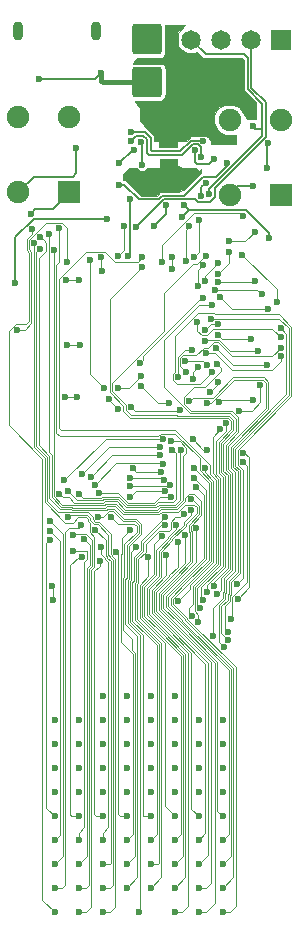
<source format=gbl>
G04 #@! TF.GenerationSoftware,KiCad,Pcbnew,8.0.9-8.0.9-0~ubuntu24.04.1*
G04 #@! TF.CreationDate,2025-10-28T13:37:41-07:00*
G04 #@! TF.ProjectId,PoNS,506f4e53-2e6b-4696-9361-645f70636258,rev?*
G04 #@! TF.SameCoordinates,Original*
G04 #@! TF.FileFunction,Copper,L2,Bot*
G04 #@! TF.FilePolarity,Positive*
%FSLAX46Y46*%
G04 Gerber Fmt 4.6, Leading zero omitted, Abs format (unit mm)*
G04 Created by KiCad (PCBNEW 8.0.9-8.0.9-0~ubuntu24.04.1) date 2025-10-28 13:37:41*
%MOMM*%
%LPD*%
G01*
G04 APERTURE LIST*
G04 Aperture macros list*
%AMRoundRect*
0 Rectangle with rounded corners*
0 $1 Rounding radius*
0 $2 $3 $4 $5 $6 $7 $8 $9 X,Y pos of 4 corners*
0 Add a 4 corners polygon primitive as box body*
4,1,4,$2,$3,$4,$5,$6,$7,$8,$9,$2,$3,0*
0 Add four circle primitives for the rounded corners*
1,1,$1+$1,$2,$3*
1,1,$1+$1,$4,$5*
1,1,$1+$1,$6,$7*
1,1,$1+$1,$8,$9*
0 Add four rect primitives between the rounded corners*
20,1,$1+$1,$2,$3,$4,$5,0*
20,1,$1+$1,$4,$5,$6,$7,0*
20,1,$1+$1,$6,$7,$8,$9,0*
20,1,$1+$1,$8,$9,$2,$3,0*%
G04 Aperture macros list end*
G04 #@! TA.AperFunction,Conductor*
%ADD10C,0.100000*%
G04 #@! TD*
G04 #@! TA.AperFunction,ComponentPad*
%ADD11RoundRect,0.249999X-1.025001X-1.025001X1.025001X-1.025001X1.025001X1.025001X-1.025001X1.025001X0*%
G04 #@! TD*
G04 #@! TA.AperFunction,ComponentPad*
%ADD12R,1.905000X1.905000*%
G04 #@! TD*
G04 #@! TA.AperFunction,ComponentPad*
%ADD13C,1.905000*%
G04 #@! TD*
G04 #@! TA.AperFunction,ComponentPad*
%ADD14C,1.651000*%
G04 #@! TD*
G04 #@! TA.AperFunction,ComponentPad*
%ADD15R,1.651000X1.651000*%
G04 #@! TD*
G04 #@! TA.AperFunction,ComponentPad*
%ADD16O,0.900000X1.600000*%
G04 #@! TD*
G04 #@! TA.AperFunction,ViaPad*
%ADD17C,0.600000*%
G04 #@! TD*
G04 #@! TA.AperFunction,Conductor*
%ADD18C,0.200000*%
G04 #@! TD*
G04 #@! TA.AperFunction,Conductor*
%ADD19C,0.101600*%
G04 #@! TD*
G04 #@! TA.AperFunction,Conductor*
%ADD20C,0.400000*%
G04 #@! TD*
G04 APERTURE END LIST*
D10*
X151993600Y-62280800D02*
X151993600Y-63398400D01*
X152196800Y-63703200D01*
X152704800Y-64008000D01*
X153314400Y-64008000D01*
X153619200Y-63906400D01*
X154127200Y-64414400D01*
X157378400Y-64414400D01*
X157581600Y-64617600D01*
X157581600Y-67157600D01*
X158597600Y-68173600D01*
X158597600Y-69596000D01*
X157784800Y-69596000D01*
X157175200Y-68580000D01*
X156667200Y-68376800D01*
X155956000Y-68376800D01*
X155346400Y-68681600D01*
X155041600Y-69291200D01*
X155041600Y-69900800D01*
X155346400Y-70510400D01*
X155651200Y-70815200D01*
X156057600Y-70916800D01*
X156870400Y-70916800D01*
X156870400Y-71729600D01*
X154736800Y-71729600D01*
X154736800Y-71424800D01*
X154533600Y-71120000D01*
X154228800Y-71018400D01*
X153111200Y-71018400D01*
X152704800Y-71424800D01*
X151892000Y-71424800D01*
X151892000Y-71932800D01*
X150368000Y-71932800D01*
X150368000Y-71424800D01*
X149961600Y-71424800D01*
X149961600Y-71018400D01*
X148742400Y-69799200D01*
X148742400Y-68681600D01*
X148336000Y-68173600D01*
X148336000Y-68072000D01*
X150571200Y-68072000D01*
X150876000Y-67767200D01*
X150977600Y-67360800D01*
X150977600Y-65532000D01*
X150876000Y-65024000D01*
X150672800Y-64922400D01*
X148132800Y-64922400D01*
X148336000Y-64617600D01*
X148539200Y-64414400D01*
X150571200Y-64414400D01*
X150774400Y-64312800D01*
X150876000Y-64008000D01*
X150876000Y-61671200D01*
X152603200Y-61671200D01*
X151993600Y-62280800D01*
G04 #@! TA.AperFunction,Conductor*
G36*
X151993600Y-62280800D02*
G01*
X151993600Y-63398400D01*
X152196800Y-63703200D01*
X152704800Y-64008000D01*
X153314400Y-64008000D01*
X153619200Y-63906400D01*
X154127200Y-64414400D01*
X157378400Y-64414400D01*
X157581600Y-64617600D01*
X157581600Y-67157600D01*
X158597600Y-68173600D01*
X158597600Y-69596000D01*
X157784800Y-69596000D01*
X157175200Y-68580000D01*
X156667200Y-68376800D01*
X155956000Y-68376800D01*
X155346400Y-68681600D01*
X155041600Y-69291200D01*
X155041600Y-69900800D01*
X155346400Y-70510400D01*
X155651200Y-70815200D01*
X156057600Y-70916800D01*
X156870400Y-70916800D01*
X156870400Y-71729600D01*
X154736800Y-71729600D01*
X154736800Y-71424800D01*
X154533600Y-71120000D01*
X154228800Y-71018400D01*
X153111200Y-71018400D01*
X152704800Y-71424800D01*
X151892000Y-71424800D01*
X151892000Y-71932800D01*
X150368000Y-71932800D01*
X150368000Y-71424800D01*
X149961600Y-71424800D01*
X149961600Y-71018400D01*
X148742400Y-69799200D01*
X148742400Y-68681600D01*
X148336000Y-68173600D01*
X148336000Y-68072000D01*
X150571200Y-68072000D01*
X150876000Y-67767200D01*
X150977600Y-67360800D01*
X150977600Y-65532000D01*
X150876000Y-65024000D01*
X150672800Y-64922400D01*
X148132800Y-64922400D01*
X148336000Y-64617600D01*
X148539200Y-64414400D01*
X150571200Y-64414400D01*
X150774400Y-64312800D01*
X150876000Y-64008000D01*
X150876000Y-61671200D01*
X152603200Y-61671200D01*
X151993600Y-62280800D01*
G37*
G04 #@! TD.AperFunction*
X151892000Y-73456800D02*
X151993600Y-73558400D01*
X152400000Y-73761600D01*
X152908000Y-73761600D01*
X153500000Y-73750000D01*
X153720800Y-73964800D01*
X153924000Y-73863200D01*
X153924000Y-74168000D01*
X152501600Y-75590400D01*
X152298400Y-75590400D01*
X152095200Y-75793600D01*
X150469600Y-75793600D01*
X150164800Y-76098400D01*
X148844000Y-76098400D01*
X147523200Y-74777600D01*
X147320000Y-74777600D01*
X147320000Y-74269600D01*
X147828000Y-73761600D01*
X148539200Y-73761600D01*
X148742400Y-73964800D01*
X149148800Y-73964800D01*
X149352000Y-73761600D01*
X150469600Y-73761600D01*
X150469600Y-72948800D01*
X151892000Y-72948800D01*
X151892000Y-73456800D01*
G04 #@! TA.AperFunction,Conductor*
G36*
X151892000Y-73456800D02*
G01*
X151993600Y-73558400D01*
X152400000Y-73761600D01*
X152908000Y-73761600D01*
X153500000Y-73750000D01*
X153720800Y-73964800D01*
X153924000Y-73863200D01*
X153924000Y-74168000D01*
X152501600Y-75590400D01*
X152298400Y-75590400D01*
X152095200Y-75793600D01*
X150469600Y-75793600D01*
X150164800Y-76098400D01*
X148844000Y-76098400D01*
X147523200Y-74777600D01*
X147320000Y-74777600D01*
X147320000Y-74269600D01*
X147828000Y-73761600D01*
X148539200Y-73761600D01*
X148742400Y-73964800D01*
X149148800Y-73964800D01*
X149352000Y-73761600D01*
X150469600Y-73761600D01*
X150469600Y-72948800D01*
X151892000Y-72948800D01*
X151892000Y-73456800D01*
G37*
G04 #@! TD.AperFunction*
D11*
X149352000Y-66446400D03*
X149352000Y-62788800D03*
D12*
X142773400Y-75819000D03*
D13*
X138455400Y-75819000D03*
X138455400Y-69453000D03*
X142773400Y-69453000D03*
D12*
X160655000Y-76022200D03*
D13*
X156337000Y-76022200D03*
X156337000Y-69656200D03*
X160655000Y-69656200D03*
D14*
X153111200Y-62890400D03*
X155651200Y-62890400D03*
X158191200Y-62890400D03*
D15*
X160731200Y-62890400D03*
D16*
X138393900Y-62166500D03*
X144993900Y-62166500D03*
D17*
X155000000Y-73000000D03*
X151790400Y-74066400D03*
X150266400Y-74574400D03*
X150876000Y-74574400D03*
X151485600Y-74574400D03*
X152704800Y-74574400D03*
X149047200Y-74574400D03*
X148437600Y-74574400D03*
X150571200Y-75082400D03*
X151790400Y-75082400D03*
X149656800Y-75590400D03*
X149047200Y-75590400D03*
X150164800Y-70510400D03*
X151384000Y-70510400D03*
X151688800Y-71018400D03*
X152603200Y-70510400D03*
X153517600Y-70002400D03*
X150164800Y-69494400D03*
X154432000Y-70510400D03*
X154432000Y-69494400D03*
X154127200Y-68986400D03*
X152298400Y-68986400D03*
X151079200Y-68986400D03*
X150469600Y-68986400D03*
X149250400Y-68986400D03*
X151384000Y-68478400D03*
X152603200Y-68478400D03*
X153212800Y-68478400D03*
X153822400Y-68478400D03*
X151688800Y-66852800D03*
X151688800Y-65328800D03*
X151688800Y-63906400D03*
X152298400Y-64617600D03*
X152298400Y-66141600D03*
X152298400Y-67564000D03*
X154838400Y-68376800D03*
X153111200Y-65328800D03*
X153009600Y-66751200D03*
X153416000Y-67564000D03*
X154838400Y-67259200D03*
X154025600Y-66141600D03*
X155143200Y-65735200D03*
X156565600Y-65735200D03*
X155956000Y-66852800D03*
X156870400Y-67056000D03*
X154127200Y-67970400D03*
X154025600Y-67056000D03*
X154940000Y-66446400D03*
X155854400Y-66141600D03*
X151993600Y-69494400D03*
X151993600Y-70510400D03*
X150774400Y-70510400D03*
X141528800Y-136753600D03*
X139598400Y-78943200D03*
X153416000Y-72237600D03*
X158292800Y-75285600D03*
X154330400Y-74980800D03*
X153945565Y-76162955D03*
X143357600Y-72034400D03*
X140208000Y-66243200D03*
X145491200Y-65735200D03*
X142443200Y-93167200D03*
X143459200Y-93167200D03*
X142544800Y-88696800D03*
X143560800Y-83210400D03*
X151485600Y-81280000D03*
X145491200Y-81280000D03*
X143648429Y-88710771D03*
X151476056Y-82305405D03*
X155340797Y-81799565D03*
X146887316Y-94174114D03*
X147995285Y-94004180D03*
X154234438Y-87464812D03*
X154253601Y-83292944D03*
X152117536Y-94266527D03*
X155327076Y-86955023D03*
X152603209Y-90051653D03*
X154434744Y-90426744D03*
X146110908Y-93277029D03*
X142457171Y-83224371D03*
X145525492Y-82506157D03*
X138176000Y-83515200D03*
X159662092Y-79707508D03*
X145932900Y-78064100D03*
X152331979Y-77919210D03*
X152501600Y-76911200D03*
X158292800Y-70205600D03*
X154624775Y-75977847D03*
X155752800Y-134721600D03*
X141928653Y-101330355D03*
X153347082Y-99177849D03*
X151392841Y-96899724D03*
X153720800Y-134721600D03*
X142646400Y-101092000D03*
X152187726Y-97645645D03*
X153096758Y-101803207D03*
X151688800Y-134721600D03*
X143572709Y-101380767D03*
X151489696Y-97593003D03*
X153096981Y-102704821D03*
X149656800Y-134721600D03*
X142314606Y-100205410D03*
X150726530Y-96685167D03*
X152470478Y-103027029D03*
X147624800Y-134721600D03*
X145200904Y-103271910D03*
X145592800Y-134721600D03*
X142646400Y-103327200D03*
X143560800Y-134721600D03*
X143077111Y-104848942D03*
X141528800Y-134721600D03*
X143777176Y-104003445D03*
X155752800Y-132689600D03*
X143816916Y-99675156D03*
X153314400Y-99974394D03*
X150479442Y-97340120D03*
X153720800Y-132689600D03*
X144576800Y-99872800D03*
X150410017Y-98036681D03*
X152541866Y-104830830D03*
X151688800Y-132689600D03*
X144902590Y-100550555D03*
X150677116Y-98778532D03*
X151790400Y-103936796D03*
X149656800Y-132689600D03*
X145239907Y-101245033D03*
X151361272Y-101594277D03*
X150849702Y-104002285D03*
X147624800Y-132689600D03*
X146304127Y-103266850D03*
X145592800Y-132689600D03*
X144983223Y-104375132D03*
X143560800Y-132689600D03*
X143969881Y-105163357D03*
X141528800Y-132689600D03*
X141122400Y-103632000D03*
X141528800Y-130657600D03*
X141122400Y-104444800D03*
X143560800Y-130657600D03*
X143052808Y-106153775D03*
X145592800Y-130657600D03*
X145423120Y-105881576D03*
X147624800Y-130657600D03*
X147921317Y-104360375D03*
X149656800Y-130657600D03*
X147936497Y-101627910D03*
X150840615Y-103302332D03*
X150854400Y-101111474D03*
X151688800Y-130657600D03*
X147936432Y-100699749D03*
X150637743Y-104903896D03*
X151308898Y-100579068D03*
X153720800Y-130657600D03*
X150753308Y-100145258D03*
X147939677Y-99999745D03*
X151950576Y-105417778D03*
X155752800Y-130657600D03*
X148132800Y-99161600D03*
X150547288Y-99466400D03*
X153463007Y-100775338D03*
X141528800Y-128625600D03*
X141126873Y-105216357D03*
X143560800Y-128625600D03*
X143839287Y-106671077D03*
X145592800Y-128625600D03*
X145345731Y-106984804D03*
X147624800Y-128625600D03*
X146747364Y-106228893D03*
X149656800Y-128625600D03*
X148390177Y-105866816D03*
X151688800Y-128625600D03*
X149453599Y-106680001D03*
X153720800Y-128625600D03*
X150977596Y-106476796D03*
X155752800Y-128625600D03*
X153520180Y-104219456D03*
X155752800Y-126593600D03*
X156425379Y-111909159D03*
X153212800Y-96723200D03*
X154460676Y-97637600D03*
X157480000Y-98653600D03*
X153720800Y-126593600D03*
X155856418Y-114331663D03*
X152925556Y-93484697D03*
X151688800Y-126593600D03*
X148844000Y-92211568D03*
X151214419Y-93625323D03*
X154918915Y-113394185D03*
X154452230Y-93640116D03*
X149656800Y-126593600D03*
X147624800Y-126593600D03*
X160655325Y-88988819D03*
X152671249Y-91020812D03*
X145592800Y-126593600D03*
X151993589Y-110439189D03*
X154259068Y-99128752D03*
X143560800Y-126593600D03*
X158954890Y-92130898D03*
X157175200Y-94284800D03*
X141528800Y-126593600D03*
X158337741Y-93370400D03*
X155448000Y-93590692D03*
X155752800Y-124561600D03*
X157016400Y-110227214D03*
X157480000Y-97840800D03*
X155346762Y-91857950D03*
X154637466Y-92738504D03*
X153720800Y-124561600D03*
X156937682Y-108938082D03*
X154832420Y-91033600D03*
X151688800Y-124561600D03*
X155308346Y-109780801D03*
X155281137Y-90387663D03*
X149656800Y-124561600D03*
X141349405Y-110361405D03*
X141321477Y-109114277D03*
X153633164Y-90613236D03*
X153212800Y-91590515D03*
X148844000Y-91338400D03*
X146913600Y-92354400D03*
X142544800Y-81686400D03*
X144560829Y-81559020D03*
X145694400Y-92354400D03*
X138379200Y-87477600D03*
X147624800Y-124561600D03*
X160695072Y-89687701D03*
X154330400Y-89408000D03*
X145592800Y-124561600D03*
X159547395Y-90414995D03*
X155159613Y-88978550D03*
X143560800Y-124540761D03*
X158745651Y-89230083D03*
X154228800Y-88392000D03*
X158136120Y-88248812D03*
X141528778Y-124561578D03*
X155338239Y-87856634D03*
X155752800Y-122529600D03*
X156223748Y-113021188D03*
X154796178Y-86498774D03*
X153720800Y-122529600D03*
X160650630Y-88087194D03*
X153619200Y-86766400D03*
X151688800Y-122529600D03*
X154836014Y-85344004D03*
X154987188Y-109158809D03*
X149656800Y-122529600D03*
X153828193Y-111025292D03*
X148742400Y-90290138D03*
X154109869Y-84791590D03*
X156014990Y-95372821D03*
X147624800Y-122529600D03*
X159613600Y-85648800D03*
X155542365Y-84644024D03*
X145592800Y-122529600D03*
X159049204Y-84455717D03*
X155117391Y-84087774D03*
X143560800Y-122529600D03*
X155354698Y-83426302D03*
X158495998Y-83312000D03*
X141528800Y-122529600D03*
X155379791Y-82701177D03*
X156322426Y-80829190D03*
X155752800Y-120497600D03*
X157378400Y-81076800D03*
X160650630Y-87269637D03*
X160328429Y-85058192D03*
X156223748Y-113721191D03*
X153720800Y-120497600D03*
X158452713Y-79135657D03*
X156258815Y-79927579D03*
X151688800Y-120497600D03*
X154330400Y-81178400D03*
X154406735Y-109683646D03*
X149656800Y-120497600D03*
X154127192Y-81988110D03*
X153687873Y-83705217D03*
X153696321Y-112171568D03*
X155540496Y-95887477D03*
X153176421Y-89142974D03*
X151993600Y-91440000D03*
X147624800Y-120497600D03*
X153314400Y-81263100D03*
X153720800Y-78130400D03*
X145592800Y-120497600D03*
X152908000Y-78679190D03*
X152651190Y-81605584D03*
X143560800Y-120497600D03*
X141528800Y-120497600D03*
X150977600Y-76911200D03*
X149961600Y-78682800D03*
X151688800Y-118465600D03*
X154055385Y-110319756D03*
X148945600Y-82092800D03*
X149656800Y-118465600D03*
X148945600Y-81292799D03*
X153188089Y-111689919D03*
X147726400Y-81235600D03*
X147929600Y-76411200D03*
X159512000Y-73761600D03*
X159616928Y-71631328D03*
X148437600Y-78740000D03*
X147624800Y-118465600D03*
X147421600Y-78638400D03*
X146913600Y-81235590D03*
X145592800Y-118465600D03*
X155752800Y-136753600D03*
X141935200Y-78854400D03*
X153720800Y-136753600D03*
X141471600Y-80714800D03*
X151688800Y-136753600D03*
X141038408Y-79305200D03*
X148640800Y-136753600D03*
X140296576Y-79565824D03*
X145592800Y-136753600D03*
X140252400Y-80607410D03*
X143560800Y-136753600D03*
X139801600Y-80060800D03*
X153916000Y-72837001D03*
X148031200Y-71424800D03*
X148234400Y-72237600D03*
X147015200Y-73355200D03*
X150630043Y-81729157D03*
X157480000Y-77825600D03*
X139484445Y-77610045D03*
X148945600Y-73456800D03*
X148844000Y-71526400D03*
X156100114Y-73306914D03*
X147015200Y-75184000D03*
X154093908Y-71468399D03*
X148031200Y-70713600D03*
D18*
X153416000Y-72237600D02*
X153416000Y-73250000D01*
X153416000Y-73250000D02*
X153541000Y-73375000D01*
X153541000Y-73375000D02*
X154625000Y-73375000D01*
X154625000Y-73375000D02*
X155000000Y-73000000D01*
X156100114Y-73589744D02*
X155217058Y-74472800D01*
X150654922Y-76098400D02*
X150350122Y-76403200D01*
X156100114Y-73306914D02*
X156100114Y-73589744D01*
X155217058Y-74472800D02*
X154098398Y-74472800D01*
X154098398Y-74472800D02*
X152472798Y-76098400D01*
X152472798Y-76098400D02*
X150654922Y-76098400D01*
X150350122Y-76403200D02*
X148640800Y-76403200D01*
X148640800Y-76403200D02*
X147421600Y-75184000D01*
X147421600Y-75184000D02*
X147015200Y-75184000D01*
X149047200Y-71018400D02*
X148437600Y-71018400D01*
X152298400Y-72644000D02*
X149555200Y-72644000D01*
X153204801Y-71737599D02*
X152298400Y-72644000D01*
X153656001Y-71737599D02*
X153204801Y-71737599D01*
X149352000Y-71323200D02*
X149047200Y-71018400D01*
X153916000Y-71997598D02*
X153656001Y-71737599D01*
X153916000Y-72837001D02*
X153916000Y-71997598D01*
X149555200Y-72644000D02*
X149352000Y-72440800D01*
X149352000Y-72440800D02*
X149352000Y-71323200D01*
X148437600Y-71018400D02*
X148031200Y-71424800D01*
X149652009Y-71198931D02*
X149166678Y-70713600D01*
X154093908Y-71468399D02*
X153865999Y-71468399D01*
X149652010Y-72232810D02*
X149652009Y-71198931D01*
X152174132Y-72343990D02*
X149763190Y-72343990D01*
X153093322Y-71424800D02*
X152174132Y-72343990D01*
X153865999Y-71468399D02*
X153822400Y-71424800D01*
X149166678Y-70713600D02*
X148031200Y-70713600D01*
X153822400Y-71424800D02*
X153093322Y-71424800D01*
X149763190Y-72343990D02*
X149652010Y-72232810D01*
D19*
X137668000Y-95548009D02*
X137668000Y-88595200D01*
X141528800Y-136753600D02*
X140469798Y-135694598D01*
X140469798Y-98349807D02*
X137668000Y-95548009D01*
X140469798Y-135694598D02*
X140469798Y-98349807D01*
X137668000Y-87521614D02*
X138220014Y-86969600D01*
X137668000Y-88595200D02*
X137668000Y-87521614D01*
X139090400Y-86969600D02*
X139347571Y-86712429D01*
X138220014Y-86969600D02*
X139090400Y-86969600D01*
X139347571Y-80907889D02*
X139149189Y-80709508D01*
X139347571Y-86712429D02*
X139347571Y-80907889D01*
X139149189Y-79760906D02*
X139357296Y-79552800D01*
X139149189Y-80709508D02*
X139149189Y-79760906D01*
X139598400Y-79311696D02*
X139598400Y-78943200D01*
X139357296Y-79552800D02*
X139598400Y-79311696D01*
D18*
X157073600Y-75285600D02*
X156337000Y-76022200D01*
X158292800Y-75285600D02*
X157073600Y-75285600D01*
X154330400Y-74980800D02*
X153945565Y-75365635D01*
X153945565Y-75365635D02*
X153945565Y-76162955D01*
X143357600Y-72034400D02*
X143357600Y-74168000D01*
X143357600Y-74168000D02*
X143052800Y-74472800D01*
X139801600Y-74472800D02*
X138455400Y-75819000D01*
X143052800Y-74472800D02*
X139801600Y-74472800D01*
X140208000Y-66243200D02*
X144983200Y-66243200D01*
D20*
X149352000Y-66446400D02*
X145592800Y-66446400D01*
D18*
X144983200Y-66243200D02*
X145491200Y-65735200D01*
D20*
X145592800Y-66446400D02*
X145491200Y-66344800D01*
X145491200Y-66344800D02*
X145491200Y-65735200D01*
D19*
X142443200Y-93167200D02*
X143459200Y-93167200D01*
X142544800Y-88696800D02*
X143634458Y-88696800D01*
X143634458Y-88696800D02*
X143648429Y-88710771D01*
X151485600Y-81280000D02*
X151485600Y-82295861D01*
X151485600Y-82295861D02*
X151476056Y-82305405D01*
X154253601Y-82886761D02*
X154253601Y-83292944D01*
X155340797Y-81799565D02*
X154253601Y-82886761D01*
X152079884Y-94304179D02*
X152117536Y-94266527D01*
X147995285Y-94004180D02*
X148295284Y-94304179D01*
X148295284Y-94304179D02*
X152079884Y-94304179D01*
X154234438Y-87464812D02*
X154744227Y-86955023D01*
X154744227Y-86955023D02*
X155327076Y-86955023D01*
X152603209Y-90051653D02*
X154059653Y-90051653D01*
X154059653Y-90051653D02*
X154434744Y-90426744D01*
X146110908Y-93397706D02*
X146110908Y-93277029D01*
X146887316Y-94174114D02*
X146110908Y-93397706D01*
X142471142Y-83210400D02*
X142457171Y-83224371D01*
X143560800Y-83210400D02*
X142471142Y-83210400D01*
X145491200Y-82471865D02*
X145525492Y-82506157D01*
X145491200Y-81280000D02*
X145491200Y-82471865D01*
D18*
X138176000Y-79625598D02*
X139737498Y-78064100D01*
X138176000Y-83515200D02*
X138176000Y-79625598D01*
X139737498Y-78064100D02*
X145932900Y-78064100D01*
X159662092Y-79707508D02*
X159662092Y-79283244D01*
X159662092Y-79283244D02*
X157696448Y-77317600D01*
X157696448Y-77317600D02*
X152933589Y-77317600D01*
X152933589Y-77317600D02*
X152331979Y-77919210D01*
X152908000Y-77317600D02*
X152501600Y-76911200D01*
X152933589Y-77317600D02*
X152908000Y-77317600D01*
X158518668Y-70431468D02*
X158292800Y-70205600D01*
X159110390Y-70431468D02*
X158518668Y-70431468D01*
X159110390Y-71003746D02*
X154624775Y-75489361D01*
X159110390Y-70431468D02*
X159110390Y-71003746D01*
X154624775Y-75489361D02*
X154624775Y-75977847D01*
X154330400Y-64109600D02*
X153111200Y-62890400D01*
X157581600Y-64109600D02*
X154330400Y-64109600D01*
X159110390Y-70431468D02*
X159110390Y-68297868D01*
X159110390Y-68297868D02*
X157886400Y-67073878D01*
X157886400Y-67073878D02*
X157886400Y-64414400D01*
X157886400Y-64414400D02*
X157581600Y-64109600D01*
D19*
X150423484Y-102448300D02*
X151811780Y-102448300D01*
X142733164Y-101630354D02*
X143204406Y-102101596D01*
X152107884Y-96899724D02*
X151392841Y-96899724D01*
X152638527Y-97430367D02*
X152107884Y-96899724D01*
X152638527Y-97862030D02*
X152638527Y-97430367D01*
X147498847Y-102683545D02*
X150188239Y-102683545D01*
X150188239Y-102683545D02*
X150423484Y-102448300D01*
X145649792Y-102101596D02*
X145770037Y-101981351D01*
X152379606Y-98120951D02*
X152638527Y-97862030D01*
X143204406Y-102101596D02*
X145649792Y-102101596D01*
X152379606Y-101880474D02*
X152379606Y-98120951D01*
X142228652Y-101630354D02*
X142733164Y-101630354D01*
X151811780Y-102448300D02*
X152379606Y-101880474D01*
X145770037Y-101981351D02*
X146796654Y-101981351D01*
X141928653Y-101330355D02*
X142228652Y-101630354D01*
X146796654Y-101981351D02*
X147498847Y-102683545D01*
X151341176Y-110739085D02*
X151341176Y-110139293D01*
X152591701Y-108884129D02*
X154555836Y-106919994D01*
X153347082Y-99179562D02*
X153347082Y-99177849D01*
X154555836Y-100388316D02*
X153347082Y-99179562D01*
X154555836Y-106919994D02*
X154555836Y-100388316D01*
X152544122Y-111942031D02*
X151341176Y-110739085D01*
X152591701Y-108888768D02*
X152591701Y-108884129D01*
X151341176Y-110139293D02*
X152591701Y-108888768D01*
X156668789Y-116106018D02*
X152544122Y-111981351D01*
X156668789Y-133805611D02*
X156668789Y-116106018D01*
X152544122Y-111981351D02*
X152544122Y-111942031D01*
X155752800Y-134721600D02*
X156668789Y-133805611D01*
X152148005Y-97685366D02*
X152187726Y-97645645D01*
X151728270Y-102246689D02*
X152148005Y-101826954D01*
X146880164Y-101779740D02*
X147582357Y-102481934D01*
X145686527Y-101779740D02*
X146880164Y-101779740D01*
X145566282Y-101899985D02*
X145686527Y-101779740D01*
X147582357Y-102481934D02*
X150104729Y-102481934D01*
X142646400Y-101092000D02*
X143454385Y-101899985D01*
X152148005Y-101826954D02*
X152148005Y-97685366D01*
X143454385Y-101899985D02*
X145566282Y-101899985D01*
X150104729Y-102481934D02*
X150339974Y-102246689D01*
X150339974Y-102246689D02*
X151728270Y-102246689D01*
X152992668Y-104614444D02*
X152865187Y-104486963D01*
X153749402Y-102370640D02*
X153181969Y-101803207D01*
X151601168Y-108430354D02*
X152992668Y-107038854D01*
X151601168Y-108453696D02*
X151601168Y-108430354D01*
X152992668Y-107038854D02*
X152992668Y-104614444D01*
X151536067Y-112359581D02*
X150333121Y-111156635D01*
X153181969Y-101803207D02*
X153096758Y-101803207D01*
X154735210Y-115598044D02*
X151536067Y-112398901D01*
X153720800Y-134721600D02*
X154322400Y-134721600D01*
X152865187Y-104486963D02*
X152865187Y-103941704D01*
X151536067Y-112398901D02*
X151536067Y-112359581D01*
X154322400Y-134721600D02*
X154735210Y-134308790D01*
X154735210Y-134308790D02*
X154735210Y-115598044D01*
X150333121Y-109721743D02*
X151601168Y-108453696D01*
X152865187Y-103941704D02*
X153749402Y-103057489D01*
X150333121Y-111156635D02*
X150333121Y-109721743D01*
X153749402Y-103057489D02*
X153749402Y-102370640D01*
X143572709Y-101380767D02*
X143887777Y-101695835D01*
X145573999Y-101578129D02*
X146963674Y-101578129D01*
X151812073Y-101810662D02*
X151812073Y-97915380D01*
X147665867Y-102280323D02*
X150021219Y-102280323D01*
X151789695Y-97893002D02*
X151489696Y-97593003D01*
X151812073Y-97915380D02*
X151789695Y-97893002D01*
X143887777Y-101695835D02*
X145456293Y-101695835D01*
X146963674Y-101578129D02*
X147665867Y-102280323D01*
X150021219Y-102280323D02*
X150256464Y-102045078D01*
X145456293Y-101695835D02*
X145573999Y-101578129D01*
X151577657Y-102045078D02*
X151812073Y-101810662D01*
X150256464Y-102045078D02*
X151577657Y-102045078D01*
X152603200Y-133807200D02*
X152603200Y-114891639D01*
X150528012Y-112777131D02*
X149325066Y-111574185D01*
X149325066Y-111574185D02*
X149325066Y-109304193D01*
X151298163Y-105117882D02*
X152461965Y-103954080D01*
X152461965Y-103764101D02*
X153096981Y-103129085D01*
X153096981Y-103129085D02*
X153096981Y-102704821D01*
X152461965Y-103954080D02*
X152461965Y-103764101D01*
X151298163Y-105197823D02*
X151298163Y-105117882D01*
X150528012Y-112816451D02*
X150528012Y-112777131D01*
X150325183Y-106170803D02*
X151298163Y-105197823D01*
X152603200Y-114891639D02*
X150528012Y-112816451D01*
X150325183Y-108304077D02*
X150325183Y-106170803D01*
X149325066Y-109304193D02*
X150325183Y-108304077D01*
X151688800Y-134721600D02*
X152603200Y-133807200D01*
X142314606Y-100205410D02*
X145834679Y-96685337D01*
X145834679Y-96685337D02*
X150726360Y-96685337D01*
X150726360Y-96685337D02*
X150726530Y-96685167D01*
X151339598Y-103720414D02*
X151732984Y-103327028D01*
X148620233Y-106874188D02*
X149244200Y-106250221D01*
X149721568Y-113111171D02*
X148518630Y-111908233D01*
X152170479Y-103327028D02*
X152470478Y-103027029D01*
X148518630Y-108970148D02*
X148620233Y-108868545D01*
X149244200Y-105603757D02*
X150394871Y-104453086D01*
X149244200Y-106250221D02*
X149244200Y-105603757D01*
X150394871Y-104453086D02*
X151173965Y-104453086D01*
X151339598Y-104287453D02*
X151339598Y-103720414D01*
X149656800Y-134721600D02*
X150571200Y-133807200D01*
X150571200Y-133807200D02*
X150571200Y-114000122D01*
X148518630Y-111908233D02*
X148518630Y-108970148D01*
X151173965Y-104453086D02*
X151339598Y-104287453D01*
X149721568Y-113150491D02*
X149721568Y-113111171D01*
X150571200Y-114000122D02*
X149721568Y-113150491D01*
X148620233Y-108868545D02*
X148620233Y-106874188D01*
X151732984Y-103327028D02*
X152170479Y-103327028D01*
X146109282Y-102787796D02*
X145625168Y-103271910D01*
X148306125Y-103660880D02*
X147335699Y-103660880D01*
X148658642Y-104013397D02*
X148306125Y-103660880D01*
X147612178Y-108450989D02*
X147612178Y-105672407D01*
X147510567Y-108552600D02*
X147612178Y-108450989D01*
X146462616Y-102787796D02*
X146109282Y-102787796D01*
X148539200Y-113354407D02*
X147510567Y-112325775D01*
X147335699Y-103660880D02*
X146462616Y-102787796D01*
X148658642Y-104625943D02*
X148658642Y-104013397D01*
X148539200Y-133807200D02*
X148539200Y-113354407D01*
X145625168Y-103271910D02*
X145200904Y-103271910D01*
X147624800Y-134721600D02*
X148539200Y-133807200D01*
X147612178Y-105672407D02*
X148658642Y-104625943D01*
X147510567Y-112325775D02*
X147510567Y-108552600D01*
X146199755Y-106601392D02*
X146075542Y-106477180D01*
X146194400Y-134721600D02*
X146464388Y-134451612D01*
X146464388Y-106933845D02*
X146199755Y-106669212D01*
X146075542Y-104800263D02*
X145199609Y-103924330D01*
X144548491Y-103576168D02*
X144548491Y-103426998D01*
X145592800Y-134721600D02*
X146194400Y-134721600D01*
X146075542Y-106477180D02*
X146075542Y-104800263D01*
X144548491Y-103426998D02*
X144231144Y-103109651D01*
X146199755Y-106669212D02*
X146199755Y-106601392D01*
X145199609Y-103924330D02*
X144896653Y-103924330D01*
X144231144Y-103109651D02*
X142863949Y-103109651D01*
X146464388Y-134451612D02*
X146464388Y-106933845D01*
X144896653Y-103924330D02*
X144548491Y-103576168D01*
X142863949Y-103109651D02*
X142646400Y-103327200D01*
X143560800Y-134721600D02*
X144162400Y-134721600D01*
X144162400Y-134721600D02*
X144432388Y-134451612D01*
X144432388Y-134451612D02*
X144432388Y-107700902D01*
X144161295Y-104712555D02*
X143213498Y-104712555D01*
X143213498Y-104712555D02*
X143077111Y-104848942D01*
X144693310Y-107439980D02*
X144693310Y-105244570D01*
X144432388Y-107700902D02*
X144693310Y-107439980D01*
X144693310Y-105244570D02*
X144161295Y-104712555D01*
X141528800Y-134721600D02*
X142130400Y-134721600D01*
X142777215Y-104196529D02*
X143584092Y-104196529D01*
X143584092Y-104196529D02*
X143777176Y-104003445D01*
X142400387Y-104573357D02*
X142777215Y-104196529D01*
X142400387Y-134451613D02*
X142400387Y-104573357D01*
X142130400Y-134721600D02*
X142400387Y-134451613D01*
X146151952Y-97340120D02*
X150479442Y-97340120D01*
X143816916Y-99675156D02*
X146151952Y-97340120D01*
X151139565Y-110055783D02*
X151139565Y-110822595D01*
X156467178Y-131975222D02*
X155752800Y-132689600D01*
X153314400Y-99974394D02*
X154354225Y-101014219D01*
X152342511Y-112064861D02*
X156467178Y-116189528D01*
X154354225Y-106836482D02*
X152390090Y-108800617D01*
X152342511Y-112025541D02*
X152342511Y-112064861D01*
X156467178Y-116189528D02*
X156467178Y-131975222D01*
X152390090Y-108805258D02*
X151139565Y-110055783D01*
X151139565Y-110822595D02*
X152342511Y-112025541D01*
X152390090Y-108800617D02*
X152390090Y-108805258D01*
X154354225Y-101014219D02*
X154354225Y-106836482D01*
X144576800Y-99872800D02*
X146412919Y-98036681D01*
X146412919Y-98036681D02*
X150410017Y-98036681D01*
X151334456Y-112443091D02*
X150131510Y-111240145D01*
X151399557Y-108370186D02*
X151399557Y-108343060D01*
X151399557Y-108343060D02*
X152541866Y-107200751D01*
X153720800Y-132689600D02*
X154492377Y-131918023D01*
X151334456Y-112482411D02*
X151334456Y-112443091D01*
X150131510Y-111240145D02*
X150131510Y-109638233D01*
X152541866Y-107200751D02*
X152541866Y-104830830D01*
X154492377Y-115640332D02*
X151334456Y-112482411D01*
X150131510Y-109638233D02*
X151399557Y-108370186D01*
X154492377Y-131918023D02*
X154492377Y-115640332D01*
X144902590Y-100550555D02*
X146742346Y-98710799D01*
X150609383Y-98710799D02*
X150677116Y-98778532D01*
X146742346Y-98710799D02*
X150609383Y-98710799D01*
X151096552Y-105112273D02*
X151096552Y-105034372D01*
X150326401Y-112860641D02*
X149123455Y-111657695D01*
X150326401Y-112899961D02*
X150326401Y-112860641D01*
X149123455Y-109220683D02*
X150123572Y-108220567D01*
X152400000Y-114973560D02*
X150326401Y-112899961D01*
X151688800Y-132689600D02*
X152400000Y-131978400D01*
X151096552Y-105034372D02*
X151790400Y-104340524D01*
X150123572Y-106085253D02*
X151096552Y-105112273D01*
X150123572Y-108220567D02*
X150123572Y-106085253D01*
X149123455Y-111657695D02*
X149123455Y-109220683D01*
X152400000Y-131978400D02*
X152400000Y-114973560D01*
X151790400Y-104340524D02*
X151790400Y-103936796D01*
X148418622Y-106790678D02*
X149042589Y-106166711D01*
X145239907Y-101245033D02*
X146915698Y-101245033D01*
X149042589Y-105513128D02*
X150553432Y-104002285D01*
X148317019Y-108886638D02*
X148418622Y-108785035D01*
X149937709Y-102078712D02*
X150422144Y-101594277D01*
X149519957Y-113234001D02*
X149519957Y-113194681D01*
X149656800Y-132689600D02*
X150258400Y-132689600D01*
X147749377Y-102078712D02*
X149937709Y-102078712D01*
X149519957Y-113194681D02*
X148317019Y-111991743D01*
X150258400Y-132689600D02*
X150368000Y-132580000D01*
X148317019Y-111991743D02*
X148317019Y-108886638D01*
X150553432Y-104002285D02*
X150849702Y-104002285D01*
X149042589Y-106166711D02*
X149042589Y-105513128D01*
X150368000Y-114082043D02*
X149519957Y-113234001D01*
X148418622Y-108785035D02*
X148418622Y-106790678D01*
X150368000Y-132580000D02*
X150368000Y-114082043D01*
X146915698Y-101245033D02*
X147749377Y-102078712D01*
X150422144Y-101594277D02*
X151361272Y-101594277D01*
X147624800Y-132689600D02*
X148336000Y-131978400D01*
X148336000Y-131978400D02*
X148336000Y-115112800D01*
X148091579Y-114543898D02*
X148091579Y-113611799D01*
X148336000Y-114788318D02*
X148091579Y-114543898D01*
X148336000Y-115112800D02*
X148336000Y-114788318D01*
X148091579Y-113611799D02*
X148091581Y-113611797D01*
X148091579Y-113611799D02*
X148091579Y-113611798D01*
X147308956Y-112829176D02*
X147308956Y-108469085D01*
X148457031Y-104542433D02*
X148457031Y-104096907D01*
X146899768Y-103862491D02*
X146304127Y-103266850D01*
X147380375Y-106548189D02*
X147399776Y-106528788D01*
X148091579Y-113611799D02*
X147308956Y-112829176D01*
X147308956Y-108469085D02*
X147380375Y-108397666D01*
X148222615Y-103862491D02*
X146899768Y-103862491D01*
X147399776Y-105599688D02*
X148457031Y-104542433D01*
X147380375Y-108397666D02*
X147380375Y-106548189D01*
X148457031Y-104096907D02*
X148222615Y-103862491D01*
X147399776Y-106528788D02*
X147399776Y-105599688D01*
X146262777Y-107017355D02*
X145998144Y-106752722D01*
X145592800Y-132689600D02*
X146194400Y-132689600D01*
X146194400Y-132689600D02*
X146262777Y-132621223D01*
X145873931Y-105265840D02*
X144983223Y-104375132D01*
X145998144Y-106752722D02*
X145998144Y-106684902D01*
X145998144Y-106684902D02*
X145873931Y-106560690D01*
X145873931Y-106560690D02*
X145873931Y-105265840D01*
X146262777Y-132621223D02*
X146262777Y-107017355D01*
X144230777Y-132019623D02*
X144230777Y-107617392D01*
X144230777Y-107617392D02*
X144491699Y-107356470D01*
X143560800Y-132689600D02*
X144230777Y-132019623D01*
X144491699Y-107356470D02*
X144491699Y-105685175D01*
X144491699Y-105685175D02*
X143969881Y-105163357D01*
X142198777Y-132019623D02*
X142198777Y-104708377D01*
X142198777Y-104708377D02*
X141122400Y-103632000D01*
X141528800Y-132689600D02*
X142198777Y-132019623D01*
X141981199Y-105303599D02*
X141122400Y-104444800D01*
X141981199Y-130205201D02*
X141981199Y-105303599D01*
X141528800Y-130657600D02*
X141981199Y-130205201D01*
X144290088Y-106173578D02*
X144270285Y-106153775D01*
X143560800Y-130056000D02*
X144029166Y-129587634D01*
X144029166Y-129587634D02*
X144029166Y-107148384D01*
X144270285Y-106153775D02*
X143052808Y-106153775D01*
X144290088Y-106887462D02*
X144290088Y-106173578D01*
X144029166Y-107148384D02*
X144290088Y-106887462D01*
X143560800Y-130657600D02*
X143560800Y-130056000D01*
X145592800Y-130056000D02*
X146061166Y-129587634D01*
X145796533Y-106768412D02*
X145423120Y-106394999D01*
X145592800Y-130657600D02*
X145592800Y-130056000D01*
X146061166Y-107100865D02*
X145796533Y-106836232D01*
X146061166Y-129587634D02*
X146061166Y-107100865D01*
X145423120Y-106394999D02*
X145423120Y-105881576D01*
X145796533Y-106836232D02*
X145796533Y-106768412D01*
X147198165Y-105083527D02*
X147921317Y-104360375D01*
X148132800Y-114909600D02*
X147107345Y-113884145D01*
X147178764Y-108314151D02*
X147178764Y-106464679D01*
X148132800Y-130149600D02*
X148132800Y-114909600D01*
X147107345Y-108385570D02*
X147178764Y-108314151D01*
X147198165Y-106445278D02*
X147198165Y-105083527D01*
X147107345Y-113884145D02*
X147107345Y-108385570D01*
X147624800Y-130657600D02*
X148132800Y-130149600D01*
X147178764Y-106464679D02*
X147198165Y-106445278D01*
X148217011Y-106707168D02*
X148840978Y-106083201D01*
X149318346Y-113317511D02*
X149318346Y-113278191D01*
X148840978Y-106083201D02*
X148840978Y-105301969D01*
X149656800Y-130657600D02*
X150164800Y-130149600D01*
X147936497Y-101627910D02*
X148452933Y-101111474D01*
X150164800Y-114163964D02*
X149318346Y-113317511D01*
X148115400Y-112075245D02*
X148115400Y-108803135D01*
X148452933Y-101111474D02*
X150854400Y-101111474D01*
X148217011Y-108701524D02*
X148217011Y-106707168D01*
X149318346Y-113278191D02*
X148115400Y-112075245D01*
X148115400Y-108803135D02*
X148217011Y-108701524D01*
X148840978Y-105301969D02*
X150840615Y-103302332D01*
X150164800Y-130149600D02*
X150164800Y-114163964D01*
X150124790Y-112983471D02*
X150124790Y-112944151D01*
X148921844Y-109137177D02*
X149913692Y-108145329D01*
X151227293Y-100660673D02*
X151308898Y-100579068D01*
X152196800Y-115055481D02*
X150124790Y-112983471D01*
X147936432Y-100699749D02*
X147975508Y-100660673D01*
X152196800Y-130149600D02*
X152196800Y-115055481D01*
X147975508Y-100660673D02*
X151227293Y-100660673D01*
X150124790Y-112944151D02*
X148921844Y-111741205D01*
X149913692Y-108145329D02*
X149913692Y-105627947D01*
X148921844Y-111741205D02*
X148921844Y-109137177D01*
X151688800Y-130657600D02*
X152196800Y-130149600D01*
X149913692Y-105627947D02*
X150637743Y-104903896D01*
X150607795Y-99999745D02*
X150753308Y-100145258D01*
X147939677Y-99999745D02*
X150607795Y-99999745D01*
X151201448Y-108251553D02*
X151950576Y-107502425D01*
X153720800Y-130657600D02*
X154287212Y-130091188D01*
X149929899Y-109554723D02*
X151201448Y-108283174D01*
X151201448Y-108283174D02*
X151201448Y-108251553D01*
X149929899Y-111323655D02*
X149929899Y-109554723D01*
X151132845Y-112526601D02*
X149929899Y-111323655D01*
X154287212Y-115720288D02*
X151132845Y-112565921D01*
X151132845Y-112565921D02*
X151132845Y-112526601D01*
X151950576Y-107502425D02*
X151950576Y-105417778D01*
X154287212Y-130091188D02*
X154287212Y-115720288D01*
X150547288Y-99466400D02*
X148437600Y-99466400D01*
X148437600Y-99466400D02*
X148132800Y-99161600D01*
X156255999Y-130154401D02*
X156255999Y-116263470D01*
X150937954Y-109972273D02*
X152192149Y-108718078D01*
X152140900Y-112148371D02*
X152140900Y-112109051D01*
X152192149Y-108708745D02*
X154152614Y-106748280D01*
X154152614Y-106748280D02*
X154152614Y-101464945D01*
X156255999Y-116263470D02*
X152140900Y-112148371D01*
X150937954Y-110906105D02*
X150937954Y-109972273D01*
X154152614Y-101464945D02*
X153463007Y-100775338D01*
X155752800Y-130657600D02*
X156255999Y-130154401D01*
X152140900Y-112109051D02*
X150937954Y-110906105D01*
X152192149Y-108718078D02*
X152192149Y-108708745D01*
X141528800Y-128625600D02*
X140826874Y-127923674D01*
X140826874Y-127923674D02*
X140826874Y-105516356D01*
X140826874Y-105516356D02*
X141126873Y-105216357D01*
X143552105Y-106671077D02*
X143839287Y-106671077D01*
X142959200Y-128625600D02*
X142849600Y-128516000D01*
X143560800Y-128625600D02*
X142959200Y-128625600D01*
X142849600Y-107373582D02*
X143552105Y-106671077D01*
X142849600Y-128516000D02*
X142849600Y-107373582D01*
X144837157Y-128471557D02*
X144837157Y-119424443D01*
X144991200Y-128625600D02*
X144837157Y-128471557D01*
X145345731Y-107409068D02*
X145345731Y-106984804D01*
X144881600Y-107873199D02*
X145345731Y-107409068D01*
X144837157Y-119424443D02*
X144881600Y-119380000D01*
X144881600Y-119380000D02*
X144881600Y-107873199D01*
X145592800Y-128625600D02*
X144991200Y-128625600D01*
X146872346Y-106353875D02*
X146747364Y-106228893D01*
X147023200Y-128625600D02*
X146872346Y-128474746D01*
X146872346Y-128474746D02*
X146872346Y-106353875D01*
X147624800Y-128625600D02*
X147023200Y-128625600D01*
X148015400Y-108618013D02*
X148015400Y-106241593D01*
X147913789Y-108719624D02*
X148015400Y-108618013D01*
X149055200Y-128625600D02*
X149031400Y-128601800D01*
X149031400Y-128601800D02*
X149031400Y-113276365D01*
X148015400Y-106241593D02*
X148390177Y-105866816D01*
X147913789Y-112158755D02*
X147913789Y-108719624D01*
X149031400Y-113276365D02*
X147913789Y-112158755D01*
X149656800Y-128625600D02*
X149055200Y-128625600D01*
X150837954Y-127774754D02*
X150837954Y-113981755D01*
X148720233Y-109053667D02*
X149453599Y-108320301D01*
X148720233Y-111824715D02*
X148720233Y-109053667D01*
X150837954Y-113981755D02*
X149923179Y-113066981D01*
X151688800Y-128625600D02*
X150837954Y-127774754D01*
X149453599Y-108320301D02*
X149453599Y-106680001D01*
X149923179Y-113066981D02*
X149923179Y-113027661D01*
X149923179Y-113027661D02*
X148720233Y-111824715D01*
X153720800Y-128625600D02*
X153081097Y-127985897D01*
X150931234Y-112649431D02*
X150931234Y-112610111D01*
X149728288Y-109471213D02*
X150977596Y-108221905D01*
X150977596Y-108221905D02*
X150977596Y-106476796D01*
X153081097Y-127985897D02*
X153081097Y-114799294D01*
X150931234Y-112610111D02*
X149728288Y-111407165D01*
X153081097Y-114799294D02*
X150931234Y-112649431D01*
X149728288Y-111407165D02*
X149728288Y-109471213D01*
X151939289Y-112192561D02*
X150736343Y-110989615D01*
X151994192Y-108630914D02*
X151994192Y-108616913D01*
X155752800Y-128625600D02*
X155299485Y-128172285D01*
X150736343Y-110989615D02*
X150736343Y-109888763D01*
X151939289Y-112231881D02*
X151939289Y-112192561D01*
X155299485Y-128172285D02*
X155299485Y-115592077D01*
X155299485Y-115592077D02*
X151939289Y-112231881D01*
X151994192Y-108616913D02*
X153520180Y-107090925D01*
X150736343Y-109888763D02*
X151994192Y-108630914D01*
X153520180Y-107090925D02*
X153520180Y-104219456D01*
X154127200Y-97637600D02*
X154460676Y-97637600D01*
X153212800Y-96723200D02*
X154127200Y-97637600D01*
X156565600Y-111768938D02*
X156565600Y-110032800D01*
X157779999Y-108818401D02*
X157779999Y-98953599D01*
X156565600Y-110032800D02*
X157779999Y-108818401D01*
X157779999Y-98953599D02*
X157480000Y-98653600D01*
X156425379Y-111909159D02*
X156565600Y-111768938D01*
X156060196Y-108607800D02*
X156795524Y-107872472D01*
X156795524Y-99491672D02*
X156424366Y-99120515D01*
X159254785Y-91478487D02*
X156607904Y-91478487D01*
X159607301Y-91831003D02*
X159254785Y-91478487D01*
X154897077Y-93189314D02*
X153220939Y-93189314D01*
X156607904Y-91478487D02*
X154897077Y-93189314D01*
X156795524Y-107872472D02*
X156795524Y-99491672D01*
X156424366Y-97351876D02*
X159607301Y-94168944D01*
X155960767Y-110211548D02*
X155960767Y-109782270D01*
X156424366Y-99120515D02*
X156424366Y-97351876D01*
X159607301Y-94168944D02*
X159607301Y-91831003D01*
X156060196Y-109682841D02*
X156060196Y-108607800D01*
X155960767Y-109782270D02*
X156060196Y-109682841D01*
X155451178Y-110721136D02*
X155960767Y-110211548D01*
X155856418Y-114331663D02*
X155451178Y-113926423D01*
X155451178Y-113926423D02*
X155451178Y-110721136D01*
X153220939Y-93189314D02*
X152925556Y-93484697D01*
X148844000Y-92211568D02*
X150257755Y-93625323D01*
X150257755Y-93625323D02*
X151214419Y-93625323D01*
X154918915Y-113394185D02*
X154918915Y-110968279D01*
X159405690Y-91914513D02*
X159171275Y-91680098D01*
X156571946Y-107791254D02*
X156571946Y-99553215D01*
X154918915Y-110968279D02*
X155759156Y-110128038D01*
X155759156Y-110128038D02*
X155759156Y-109698760D01*
X156571946Y-99553215D02*
X156222755Y-99204025D01*
X156222755Y-99204025D02*
X156222755Y-97268366D01*
X155858585Y-109599331D02*
X155858585Y-108504615D01*
X155858585Y-108504615D02*
X156571946Y-107791254D01*
X159405690Y-94085431D02*
X159405690Y-91914513D01*
X156691414Y-91680098D02*
X154731396Y-93640116D01*
X159171275Y-91680098D02*
X156691414Y-91680098D01*
X156222755Y-97268366D02*
X159405690Y-94085431D01*
X154731396Y-93640116D02*
X154452230Y-93640116D01*
X155759156Y-109698760D02*
X155858585Y-109599331D01*
X152152399Y-90501962D02*
X152671249Y-91020812D01*
X152352771Y-89600843D02*
X152152399Y-89801215D01*
X154140385Y-88957199D02*
X153496741Y-89600843D01*
X154543422Y-88957199D02*
X154140385Y-88957199D01*
X154991566Y-88509055D02*
X154543422Y-88957199D01*
X155357314Y-88509055D02*
X154991566Y-88509055D01*
X156529143Y-89680884D02*
X155357314Y-88509055D01*
X159963260Y-89680884D02*
X156529143Y-89680884D01*
X160655325Y-88988819D02*
X159963260Y-89680884D01*
X153496741Y-89600843D02*
X152352771Y-89600843D01*
X152152399Y-89801215D02*
X152152399Y-90501962D01*
X152994923Y-109437855D02*
X152994923Y-109051147D01*
X151993589Y-110439189D02*
X152994923Y-109437855D01*
X154259068Y-99521305D02*
X154259068Y-99128752D01*
X154959058Y-100221295D02*
X154259068Y-99521305D01*
X154959058Y-107087012D02*
X154959058Y-100221295D01*
X152994923Y-109051147D02*
X154959058Y-107087012D01*
X158954890Y-92130898D02*
X158954890Y-93566976D01*
X158237066Y-94284800D02*
X157175200Y-94284800D01*
X158954890Y-93566976D02*
X158237066Y-94284800D01*
X155668292Y-93370400D02*
X155448000Y-93590692D01*
X158337741Y-93370400D02*
X155668292Y-93370400D01*
X157581600Y-97840800D02*
X157480000Y-97840800D01*
X157988000Y-98247200D02*
X157581600Y-97840800D01*
X157988000Y-109255614D02*
X157988000Y-98247200D01*
X157016400Y-110227214D02*
X157988000Y-109255614D01*
X155346762Y-92029208D02*
X155346762Y-91857950D01*
X154637466Y-92738504D02*
X155346762Y-92029208D01*
X151749177Y-87969237D02*
X151749177Y-91017235D01*
X151749177Y-91017235D02*
X151542798Y-91223614D01*
X151878814Y-92041315D02*
X153824705Y-92041315D01*
X157449558Y-108426206D02*
X157449558Y-99290344D01*
X156937682Y-108938082D02*
X157449558Y-108426206D01*
X155012563Y-86047973D02*
X153670441Y-86047973D01*
X157449558Y-99290344D02*
X157029199Y-98869985D01*
X153824705Y-92041315D02*
X154832420Y-91033600D01*
X151542798Y-91705299D02*
X151878814Y-92041315D01*
X153670441Y-86047973D02*
X151749177Y-87969237D01*
X155115166Y-86150576D02*
X155012563Y-86047973D01*
X151542798Y-91223614D02*
X151542798Y-91705299D01*
X161552915Y-87219616D02*
X160483875Y-86150576D01*
X161552915Y-93078690D02*
X161552915Y-87219616D01*
X157029199Y-97602406D02*
X161552915Y-93078690D01*
X157029199Y-98869985D02*
X157029199Y-97602406D01*
X160483875Y-86150576D02*
X155115166Y-86150576D01*
X155608345Y-108433566D02*
X156370335Y-107671576D01*
X157070633Y-94847419D02*
X156508014Y-94284800D01*
X155308346Y-109780801D02*
X155608345Y-109480802D01*
X155608345Y-109480802D02*
X155608345Y-108433566D01*
X157070633Y-96135369D02*
X157070633Y-94847419D01*
X156370335Y-99636725D02*
X156021144Y-99287535D01*
X156370335Y-107671576D02*
X156370335Y-99636725D01*
X155581136Y-90687662D02*
X155281137Y-90387663D01*
X155581136Y-90958050D02*
X155581136Y-90687662D01*
X156021144Y-97184856D02*
X157070633Y-96135369D01*
X152474755Y-93701082D02*
X152474755Y-93106812D01*
X153328767Y-92252800D02*
X154286386Y-92252800D01*
X156021144Y-99287535D02*
X156021144Y-97184856D01*
X154286386Y-92252800D02*
X155581136Y-90958050D01*
X156508014Y-94284800D02*
X153058473Y-94284800D01*
X153058473Y-94284800D02*
X152474755Y-93701082D01*
X152474755Y-93106812D02*
X153328767Y-92252800D01*
X141349405Y-109142205D02*
X141321477Y-109114277D01*
X141349405Y-110361405D02*
X141349405Y-109142205D01*
X153212800Y-91033600D02*
X153212800Y-91590515D01*
X153633164Y-90613236D02*
X153212800Y-91033600D01*
X147828000Y-92354400D02*
X146913600Y-92354400D01*
X148844000Y-91338400D02*
X147828000Y-92354400D01*
X144560829Y-81559020D02*
X144560829Y-91220829D01*
X144560829Y-91220829D02*
X145694400Y-92354400D01*
X138988800Y-87477600D02*
X138379200Y-87477600D01*
X139549181Y-86917219D02*
X138988800Y-87477600D01*
X139549181Y-80824381D02*
X139549181Y-86917219D01*
X139350799Y-80625999D02*
X139549181Y-80824381D01*
X139350799Y-79844415D02*
X139350799Y-80625999D01*
X142544800Y-78796814D02*
X142151585Y-78403599D01*
X142544800Y-81686400D02*
X142544800Y-78796814D01*
X142151585Y-78403599D02*
X140791615Y-78403599D01*
X140791615Y-78403599D02*
X139350799Y-79844415D01*
X156549751Y-90865796D02*
X155113307Y-89429352D01*
X154351752Y-89429352D02*
X154330400Y-89408000D01*
X155113307Y-89429352D02*
X154351752Y-89429352D01*
X159941241Y-90865796D02*
X156549751Y-90865796D01*
X160695072Y-90111965D02*
X159941241Y-90865796D01*
X160695072Y-89687701D02*
X160695072Y-90111965D01*
X156596058Y-90414995D02*
X155159613Y-88978550D01*
X159547395Y-90414995D02*
X156596058Y-90414995D01*
X154313356Y-88307444D02*
X154228800Y-88392000D01*
X155440824Y-88307444D02*
X154313356Y-88307444D01*
X158745651Y-89230083D02*
X156363463Y-89230083D01*
X156363463Y-89230083D02*
X155440824Y-88307444D01*
X158136120Y-88248812D02*
X155730417Y-88248812D01*
X155730417Y-88248812D02*
X155338239Y-87856634D01*
X156827588Y-98953495D02*
X156827588Y-97518896D01*
X156363989Y-109949290D02*
X156464000Y-109849279D01*
X157220716Y-99346623D02*
X156827588Y-98953495D01*
X161351304Y-87303126D02*
X160546952Y-86498774D01*
X155923749Y-110818806D02*
X156363989Y-110378568D01*
X156464000Y-109849279D02*
X156464000Y-108774236D01*
X160546952Y-86498774D02*
X154796178Y-86498774D01*
X155923749Y-112721189D02*
X155923749Y-110818806D01*
X156464000Y-108774236D02*
X157220716Y-108017520D01*
X156223748Y-113021188D02*
X155923749Y-112721189D01*
X157220716Y-108017520D02*
X157220716Y-99346623D01*
X156827588Y-97518896D02*
X161351304Y-92995181D01*
X161351304Y-92995181D02*
X161351304Y-87303126D01*
X156363989Y-110378568D02*
X156363989Y-109949290D01*
X153619200Y-87516760D02*
X153619200Y-86766400D01*
X154960604Y-87405832D02*
X154450823Y-87915613D01*
X154450823Y-87915613D02*
X154018053Y-87915613D01*
X160650630Y-88087194D02*
X159969268Y-87405832D01*
X154018053Y-87915613D02*
X153619200Y-87516760D01*
X159969268Y-87405832D02*
X154960604Y-87405832D01*
X156168724Y-99720235D02*
X156168724Y-107588066D01*
X154836014Y-85344004D02*
X153771596Y-85344004D01*
X155819533Y-97101346D02*
X155819533Y-99371045D01*
X156168724Y-107588066D02*
X154987188Y-108769602D01*
X154987188Y-108769602D02*
X154987188Y-109158809D01*
X153771596Y-85344004D02*
X150774400Y-88341200D01*
X152976552Y-94488000D02*
X156367022Y-94488000D01*
X150774400Y-88341200D02*
X150774400Y-92285848D01*
X156367022Y-94488000D02*
X156869022Y-94990000D01*
X156869022Y-94990000D02*
X156869022Y-96051859D01*
X150774400Y-92285848D02*
X152976552Y-94488000D01*
X156869022Y-96051859D02*
X155819533Y-97101346D01*
X155819533Y-99371045D02*
X156168724Y-99720235D01*
X153948957Y-84791590D02*
X154109869Y-84791590D01*
X149042399Y-89698148D02*
X153948957Y-84791590D01*
X148742400Y-90290138D02*
X149042399Y-89990139D01*
X149042399Y-89990139D02*
X149042399Y-89698148D01*
X155563891Y-107337539D02*
X155563891Y-99970765D01*
X155563891Y-99970765D02*
X155214700Y-99621575D01*
X155214700Y-96850816D02*
X156014990Y-96050526D01*
X153828193Y-111025292D02*
X153604585Y-110801684D01*
X156014990Y-96050526D02*
X156014990Y-95372821D01*
X153604585Y-109296845D02*
X155563891Y-107337539D01*
X155214700Y-99621575D02*
X155214700Y-96850816D01*
X153604585Y-110801684D02*
X153604585Y-109296845D01*
X156547141Y-85648800D02*
X155542365Y-84644024D01*
X159613600Y-85648800D02*
X156547141Y-85648800D01*
X159049204Y-84455717D02*
X158681261Y-84087774D01*
X158681261Y-84087774D02*
X155117391Y-84087774D01*
X158381696Y-83426302D02*
X158495998Y-83312000D01*
X155354698Y-83426302D02*
X158381696Y-83426302D01*
X155379791Y-82701177D02*
X156322426Y-81758542D01*
X156322426Y-81758542D02*
X156322426Y-80829190D01*
X157378400Y-81076800D02*
X160328429Y-84026829D01*
X160328429Y-84026829D02*
X160328429Y-85058192D01*
X161149693Y-92911672D02*
X156625977Y-97435386D01*
X160650630Y-87269637D02*
X161149693Y-87768700D01*
X156162378Y-109865780D02*
X156162378Y-110295058D01*
X156625977Y-99037005D02*
X157008120Y-99419148D01*
X155652789Y-110804645D02*
X155652789Y-113150232D01*
X156262389Y-108690726D02*
X156262389Y-109765769D01*
X156162378Y-110295058D02*
X155652789Y-110804645D01*
X157008120Y-99419148D02*
X157008120Y-107944996D01*
X161149693Y-87768700D02*
X161149693Y-92911672D01*
X157008120Y-107944996D02*
X156262389Y-108690726D01*
X156625977Y-97435386D02*
X156625977Y-99037005D01*
X155652789Y-113150232D02*
X156223748Y-113721191D01*
X156262389Y-109765769D02*
X156162378Y-109865780D01*
X158452713Y-79135657D02*
X157660791Y-79927579D01*
X157660791Y-79927579D02*
X156258815Y-79927579D01*
X155967113Y-99803745D02*
X155967113Y-107504557D01*
X156667411Y-95073510D02*
X156667411Y-95968350D01*
X151876611Y-94692790D02*
X151901150Y-94717329D01*
X147544411Y-94284320D02*
X147952881Y-94692790D01*
X154406735Y-109064935D02*
X154406735Y-109683646D01*
X155617922Y-99454555D02*
X155967113Y-99803745D01*
X147544411Y-93787868D02*
X147544411Y-94284320D01*
X146405600Y-92649057D02*
X147544411Y-93787868D01*
X150774400Y-87590952D02*
X146405600Y-91959752D01*
X150774400Y-84328000D02*
X150774400Y-87590952D01*
X153212800Y-81889600D02*
X150774400Y-84328000D01*
X153561614Y-81889600D02*
X153212800Y-81889600D01*
X154330400Y-81178400D02*
X154272814Y-81178400D01*
X154272814Y-81178400D02*
X153561614Y-81889600D01*
X156311230Y-94717329D02*
X156667411Y-95073510D01*
X156667411Y-95968350D02*
X155617922Y-97017836D01*
X155967113Y-107504557D02*
X154406735Y-109064935D01*
X146405600Y-91959752D02*
X146405600Y-92649057D01*
X151901150Y-94717329D02*
X156311230Y-94717329D01*
X147952881Y-94692790D02*
X151876611Y-94692790D01*
X155617922Y-97017836D02*
X155617922Y-99454555D01*
X153687873Y-83705217D02*
X153687873Y-82427429D01*
X153687873Y-82427429D02*
X154127192Y-81988110D01*
X155540496Y-95916314D02*
X155540496Y-95887477D01*
X155362290Y-96094520D02*
X155540496Y-95916314D01*
X154911486Y-99603481D02*
X154911486Y-96516487D01*
X153402974Y-109213335D02*
X155362280Y-107254030D01*
X154911486Y-96516487D02*
X155540496Y-95887477D01*
X153402974Y-110783323D02*
X153402974Y-109213335D01*
X153696321Y-111560608D02*
X153377391Y-111241678D01*
X153377391Y-111241678D02*
X153377391Y-110808906D01*
X155362280Y-100054275D02*
X154911486Y-99603481D01*
X153696321Y-112171568D02*
X153696321Y-111560608D01*
X155362280Y-107254030D02*
X155362280Y-100054275D01*
X153377391Y-110808906D02*
X153402974Y-110783323D01*
X151950788Y-89717705D02*
X151950788Y-91397188D01*
X153176421Y-89142974D02*
X152525519Y-89142974D01*
X152525519Y-89142974D02*
X151950788Y-89717705D01*
X151950788Y-91397188D02*
X151993600Y-91440000D01*
X153314400Y-81263100D02*
X153720800Y-80856700D01*
X153720800Y-80856700D02*
X153720800Y-78130400D01*
X152608001Y-81562395D02*
X152651190Y-81605584D01*
X152908000Y-78679190D02*
X152608001Y-78979189D01*
X152608001Y-78979189D02*
X152608001Y-81562395D01*
D18*
X150977600Y-77666800D02*
X149961600Y-78682800D01*
X150977600Y-76911200D02*
X150977600Y-77666800D01*
D19*
X147868462Y-94894401D02*
X151432617Y-94894401D01*
X151432617Y-94894401D02*
X151457156Y-94918940D01*
X151457156Y-94918940D02*
X156227720Y-94918940D01*
X147338126Y-93866703D02*
X147338126Y-94364065D01*
X156465800Y-95884841D02*
X155416311Y-96934326D01*
X155416311Y-99538065D02*
X155765502Y-99887255D01*
X156227720Y-94918940D02*
X156465800Y-95157020D01*
X155416311Y-96934326D02*
X155416311Y-99538065D01*
X153955933Y-110220304D02*
X154055385Y-110319756D01*
X146203989Y-92732567D02*
X147338126Y-93866703D01*
X153955933Y-109230617D02*
X153955933Y-110220304D01*
X155765502Y-99887255D02*
X155765502Y-107421048D01*
X147338126Y-94364065D02*
X147868462Y-94894401D01*
X148945600Y-82092800D02*
X146203989Y-84834411D01*
X156465800Y-95157020D02*
X156465800Y-95884841D01*
X146203989Y-84834411D02*
X146203989Y-92732567D01*
X155765502Y-107421048D02*
X153955933Y-109230617D01*
X153201363Y-110707506D02*
X152888090Y-111020779D01*
X153201363Y-109129825D02*
X153201363Y-110707506D01*
X144214801Y-80829199D02*
X141874820Y-83169180D01*
X152888090Y-111389920D02*
X153188089Y-111689919D01*
X148945600Y-81292799D02*
X148551999Y-81686400D01*
X146652814Y-81686400D02*
X145795613Y-80829199D01*
X148551999Y-81686400D02*
X146652814Y-81686400D01*
X145795613Y-80829199D02*
X144214801Y-80829199D01*
X141874820Y-83169180D02*
X141874820Y-95748420D01*
X142036800Y-95910400D02*
X151688800Y-95910400D01*
X141874820Y-95748420D02*
X142036800Y-95910400D01*
X151688800Y-95910400D02*
X154709875Y-98931475D01*
X152888090Y-111020779D02*
X152888090Y-111389920D01*
X154709875Y-99686991D02*
X155160669Y-100137785D01*
X155160669Y-107170521D02*
X153201363Y-109129825D01*
X155160669Y-100137785D02*
X155160669Y-107170521D01*
X154709875Y-98931475D02*
X154709875Y-99686991D01*
D18*
X147929600Y-81032400D02*
X147929600Y-76606400D01*
X147726400Y-81235600D02*
X147929600Y-81032400D01*
X147929600Y-76606400D02*
X147929600Y-76411200D01*
X159512000Y-71736256D02*
X159616928Y-71631328D01*
X159512000Y-73761600D02*
X159512000Y-71736256D01*
X158191200Y-66954400D02*
X159410400Y-68173600D01*
X159410400Y-68173600D02*
X159410400Y-71130749D01*
X150774400Y-76403200D02*
X148437600Y-78740000D01*
X159410400Y-71130749D02*
X155124777Y-75416372D01*
X155124777Y-75416372D02*
X155124777Y-76217849D01*
X154679669Y-76662957D02*
X153705563Y-76662957D01*
X155124777Y-76217849D02*
X154679669Y-76662957D01*
X153705563Y-76662957D02*
X153445806Y-76403200D01*
X153445806Y-76403200D02*
X150774400Y-76403200D01*
X158191200Y-66954400D02*
X158191200Y-62890400D01*
D19*
X147421600Y-80727590D02*
X146913600Y-81235590D01*
X147421600Y-78638400D02*
X147421600Y-80727590D01*
X152793312Y-108972278D02*
X151542787Y-110222803D01*
X151542787Y-110655575D02*
X152745733Y-111858521D01*
X150260784Y-96483727D02*
X150510145Y-96234366D01*
X141673210Y-81948390D02*
X141673210Y-96156410D01*
X153808267Y-98314987D02*
X153808267Y-99355625D01*
X156870400Y-116022508D02*
X156870400Y-136237600D01*
X152793312Y-108967637D02*
X152793312Y-108972278D01*
X156354400Y-136753600D02*
X155752800Y-136753600D01*
X156870400Y-136237600D02*
X156354400Y-136753600D01*
X152745733Y-111858521D02*
X152745733Y-111897841D01*
X151542787Y-110222803D02*
X151542787Y-110655575D01*
X151727646Y-96234366D02*
X153808267Y-98314987D01*
X141935200Y-81686400D02*
X141673210Y-81948390D01*
X154757447Y-100304805D02*
X154757447Y-107003502D01*
X152745733Y-111897841D02*
X156870400Y-116022508D01*
X153808267Y-99355625D02*
X154757447Y-100304805D01*
X142000527Y-96483727D02*
X150260784Y-96483727D01*
X154757447Y-107003502D02*
X152793312Y-108967637D01*
X141673210Y-96156410D02*
X142000527Y-96483727D01*
X150510145Y-96234366D02*
X151727646Y-96234366D01*
X141935200Y-78854400D02*
X141935200Y-81686400D01*
X143120896Y-102303207D02*
X143074062Y-102256373D01*
X153951013Y-101975827D02*
X153327585Y-101352399D01*
X153194279Y-107127034D02*
X153194279Y-104530934D01*
X150506994Y-102649911D02*
X150271749Y-102885156D01*
X141471600Y-81139064D02*
X141471600Y-80714800D01*
X141487274Y-97941680D02*
X141471600Y-97926006D01*
X155096724Y-135979276D02*
X155096724Y-115674437D01*
X151802779Y-108518534D02*
X153194279Y-107127034D01*
X151737678Y-112315391D02*
X151737678Y-112276071D01*
X153951013Y-103140999D02*
X153951013Y-101975827D01*
X152581217Y-101665997D02*
X152581217Y-101963983D01*
X152894815Y-101352399D02*
X152581217Y-101665997D01*
X153066798Y-104403454D02*
X153066798Y-104025214D01*
X154322400Y-136753600D02*
X155096724Y-135979276D01*
X153327585Y-101352399D02*
X152894815Y-101352399D01*
X150271749Y-102885156D02*
X147415337Y-102885156D01*
X143074062Y-102256373D02*
X142187485Y-102256373D01*
X151802779Y-108537206D02*
X151802779Y-108518534D01*
X141471600Y-97926006D02*
X141471600Y-81139064D01*
X150534732Y-109805253D02*
X151802779Y-108537206D01*
X146713144Y-102182962D02*
X145853547Y-102182962D01*
X153066798Y-104025214D02*
X153951013Y-103140999D01*
X145853547Y-102182962D02*
X145733302Y-102303207D01*
X151737678Y-112276071D02*
X150534732Y-111073125D01*
X141487274Y-101104548D02*
X141487274Y-97941680D01*
X151895289Y-102649911D02*
X150506994Y-102649911D01*
X147415337Y-102885156D02*
X146713144Y-102182962D01*
X153720800Y-136753600D02*
X154322400Y-136753600D01*
X145733302Y-102303207D02*
X143120896Y-102303207D01*
X150534732Y-111073125D02*
X150534732Y-109805253D01*
X142187485Y-102256373D02*
X141477852Y-101546740D01*
X141477852Y-101546740D02*
X141477852Y-101113970D01*
X153194279Y-104530934D02*
X153066798Y-104403454D01*
X141477852Y-101113970D02*
X141487274Y-101104548D01*
X155096724Y-115674437D02*
X151737678Y-112315391D01*
X152581217Y-101963983D02*
X151895289Y-102649911D01*
X149526677Y-109387703D02*
X150526794Y-108387587D01*
X152806400Y-114809718D02*
X150729623Y-112732941D01*
X145937057Y-102384573D02*
X145816812Y-102504818D01*
X152290400Y-136753600D02*
X152806400Y-136237600D01*
X151499774Y-105281333D02*
X151499774Y-105201392D01*
X141020800Y-97760328D02*
X141020800Y-79322808D01*
X151978799Y-102851522D02*
X150590504Y-102851522D01*
X147331827Y-103086767D02*
X146629634Y-102384573D01*
X142103975Y-102457984D02*
X141276241Y-101630250D01*
X149526677Y-111490675D02*
X149526677Y-109387703D01*
X152663576Y-103858194D02*
X153547791Y-102973979D01*
X150526794Y-108387587D02*
X150526794Y-106254313D01*
X141285663Y-101021038D02*
X141285663Y-98025191D01*
X150590504Y-102851522D02*
X150355259Y-103086767D01*
X146629634Y-102384573D02*
X145937057Y-102384573D01*
X151499774Y-105201392D02*
X152663576Y-104037590D01*
X150729623Y-112693621D02*
X149526677Y-111490675D01*
X153547791Y-102973979D02*
X153547791Y-102454150D01*
X141276241Y-101030460D02*
X141285663Y-101021038D01*
X141285663Y-98025191D02*
X141020800Y-97760328D01*
X150729623Y-112732941D02*
X150729623Y-112693621D01*
X152806400Y-136237600D02*
X152806400Y-114809718D01*
X151688800Y-136753600D02*
X152290400Y-136753600D01*
X153547791Y-102454150D02*
X153347652Y-102254011D01*
X152576310Y-102254011D02*
X151978799Y-102851522D01*
X142990552Y-102457984D02*
X142103975Y-102457984D01*
X150355259Y-103086767D02*
X147331827Y-103086767D01*
X141276241Y-101630250D02*
X141276241Y-101030460D01*
X150526794Y-106254313D02*
X151499774Y-105281333D01*
X152663576Y-104037590D02*
X152663576Y-103858194D01*
X143037386Y-102504818D02*
X142990552Y-102457984D01*
X153347652Y-102254011D02*
X152576310Y-102254011D01*
X141020800Y-79322808D02*
X141038408Y-79305200D01*
X145816812Y-102504818D02*
X143037386Y-102504818D01*
X141084052Y-100937528D02*
X141084052Y-98108701D01*
X148860253Y-103929887D02*
X148389635Y-103459269D01*
X141074630Y-101713760D02*
X141074630Y-100946950D01*
X140817600Y-80772000D02*
X140817600Y-80086848D01*
X140817600Y-80086848D02*
X140596575Y-79865823D01*
X147813789Y-108534502D02*
X147813789Y-105755917D01*
X140596575Y-79865823D02*
X140296576Y-79565824D01*
X148640800Y-136753600D02*
X148742400Y-136652000D01*
X148742400Y-113272486D02*
X147712178Y-112242265D01*
X147712178Y-112242265D02*
X147712178Y-108636113D01*
X147419209Y-103459269D02*
X146546124Y-102586184D01*
X146020567Y-102586184D02*
X145900322Y-102706429D01*
X142953876Y-102706429D02*
X142907042Y-102659595D01*
X140208000Y-81381600D02*
X140817600Y-80772000D01*
X141074630Y-100946950D02*
X141084052Y-100937528D01*
X142907042Y-102659595D02*
X142020465Y-102659595D01*
X148389635Y-103459269D02*
X147419209Y-103459269D01*
X141084052Y-98108701D02*
X140208000Y-97232649D01*
X140208000Y-97232649D02*
X140208000Y-81381600D01*
X147813789Y-105755917D02*
X148860253Y-104709453D01*
X145900322Y-102706429D02*
X142953876Y-102706429D01*
X148742400Y-136652000D02*
X148742400Y-113272486D01*
X142020465Y-102659595D02*
X141074630Y-101713760D01*
X148860253Y-104709453D02*
X148860253Y-103929887D01*
X147712178Y-108636113D02*
X147813789Y-108534502D01*
X146546124Y-102586184D02*
X146020567Y-102586184D01*
X145592800Y-136753600D02*
X146194400Y-136753600D01*
X146194400Y-136753600D02*
X146665999Y-136282001D01*
X142870366Y-102908040D02*
X142823532Y-102861206D01*
X146401366Y-106585702D02*
X146401366Y-106517882D01*
X140882441Y-98192211D02*
X139952401Y-97262171D01*
X144980163Y-103722719D02*
X144750102Y-103492658D01*
X145283119Y-103722719D02*
X144980163Y-103722719D01*
X141792234Y-102861206D02*
X140873019Y-101941991D01*
X139952401Y-97262171D02*
X139952401Y-80907409D01*
X144750102Y-103492658D02*
X144750102Y-103343488D01*
X140873019Y-100863440D02*
X140882441Y-100854018D01*
X146665999Y-106850335D02*
X146401366Y-106585702D01*
X146401366Y-106517882D02*
X146277153Y-106393670D01*
X146277153Y-106393670D02*
X146277153Y-104716753D01*
X142823532Y-102861206D02*
X141792234Y-102861206D01*
X144750102Y-103343488D02*
X144314654Y-102908040D01*
X146277153Y-104716753D02*
X145283119Y-103722719D01*
X139952401Y-80907409D02*
X140252400Y-80607410D01*
X140873019Y-101941991D02*
X140873019Y-100863440D01*
X146665999Y-136282001D02*
X146665999Y-106850335D01*
X140882441Y-100854018D02*
X140882441Y-98192211D01*
X144314654Y-102908040D02*
X142870366Y-102908040D01*
X144346880Y-103510507D02*
X144147635Y-103311262D01*
X144894921Y-104960746D02*
X144532421Y-104598246D01*
X144532918Y-104220853D02*
X144532918Y-103845715D01*
X143560800Y-136753600D02*
X144162400Y-136753600D01*
X144346880Y-103659678D02*
X144346880Y-103510507D01*
X143045671Y-103792387D02*
X142438295Y-103792387D01*
X144147635Y-103311262D02*
X143526796Y-103311262D01*
X144532918Y-103845715D02*
X144346880Y-103659678D01*
X144532421Y-104221350D02*
X144532918Y-104220853D01*
X144633999Y-107784412D02*
X144894921Y-107523490D01*
X144633999Y-136282001D02*
X144633999Y-107784412D01*
X144162400Y-136753600D02*
X144633999Y-136282001D01*
X143526796Y-103311262D02*
X143045671Y-103792387D01*
X140671408Y-102025500D02*
X140671408Y-98266299D01*
X142438295Y-103792387D02*
X140671408Y-102025500D01*
X144532421Y-104598246D02*
X144532421Y-104221350D01*
X144894921Y-107523490D02*
X144894921Y-104960746D01*
X139750791Y-97345681D02*
X139769755Y-97364645D01*
X139750791Y-80823900D02*
X139750791Y-97345681D01*
X140671408Y-98266299D02*
X139769755Y-97364645D01*
X139801600Y-80060800D02*
X139801600Y-80773091D01*
X139801600Y-80773091D02*
X139750791Y-80823900D01*
D18*
X148132800Y-72237600D02*
X147015200Y-73355200D01*
X148234400Y-72237600D02*
X148132800Y-72237600D01*
D19*
X153349965Y-77568410D02*
X157222810Y-77568410D01*
X150630043Y-81729157D02*
X150630043Y-80288332D01*
X157222810Y-77568410D02*
X157480000Y-77825600D01*
X150630043Y-80288332D02*
X153349965Y-77568410D01*
D18*
X139484445Y-77610045D02*
X139887140Y-77207350D01*
X141385050Y-77207350D02*
X142773400Y-75819000D01*
X139887140Y-77207350D02*
X141385050Y-77207350D01*
X148945600Y-71628000D02*
X148844000Y-71526400D01*
X148945600Y-73456800D02*
X148945600Y-71628000D01*
M02*

</source>
